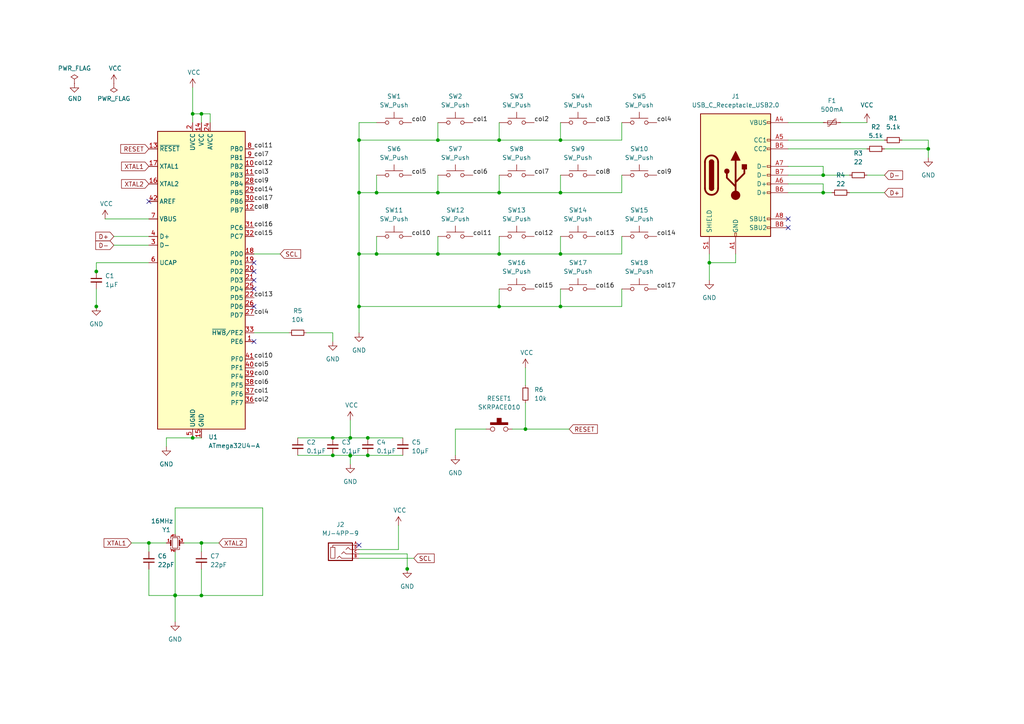
<source format=kicad_sch>
(kicad_sch (version 20211123) (generator eeschema)
  (paper "A4")
  (lib_symbols
    (symbol "Connector:USB_C_Receptacle_USB2.0" (pin_names (offset 1.016))
      (property "Reference" "J" (at -10.16 19.05 0))
      (property "Value" "USB_C_Receptacle_USB2.0" (at 19.05 19.05 0))
      (symbol "USB_C_Receptacle_USB2.0_0_0"
        (rectangle (start -0.254 -17.78) (end 0.254 -16.764))
        (rectangle (start 10.16 -14.986) (end 9.144 -15.494))
        (rectangle (start 10.16 -12.446) (end 9.144 -12.954))
        (rectangle (start 10.16 -4.826) (end 9.144 -5.334))
        (rectangle (start 10.16 -2.286) (end 9.144 -2.794))
        (rectangle (start 10.16 0.254) (end 9.144 -0.254))
        (rectangle (start 10.16 2.794) (end 9.144 2.286))
        (rectangle (start 10.16 7.874) (end 9.144 7.366))
        (rectangle (start 10.16 10.414) (end 9.144 9.906))
        (rectangle (start 10.16 15.494) (end 9.144 14.986))
      )
      (symbol "USB_C_Receptacle_USB2.0_0_1"
        (rectangle (start -10.16 17.78) (end 10.16 -17.78) (stroke (width 0.254)) (fill (type background)))
        (arc (start -8.89 -3.81) (mid -6.985 -5.715) (end -5.08 -3.81) (stroke (width 0.508)))
        (arc (start -7.62 -3.81) (mid -6.985 -4.445) (end -6.35 -3.81) (stroke (width 0.254)))
        (arc (start -7.62 -3.81) (mid -6.985 -4.445) (end -6.35 -3.81) (stroke (width 0.254)) (fill (type outline)))
        (rectangle (start -7.62 -3.81) (end -6.35 3.81) (stroke (width 0.254)) (fill (type outline)))
        (arc (start -6.35 3.81) (mid -6.985 4.445) (end -7.62 3.81) (stroke (width 0.254)))
        (arc (start -6.35 3.81) (mid -6.985 4.445) (end -7.62 3.81) (stroke (width 0.254)) (fill (type outline)))
        (arc (start -5.08 3.81) (mid -6.985 5.715) (end -8.89 3.81) (stroke (width 0.508)))
        (circle (center -2.54 1.143) (radius 0.635) (stroke (width 0.254)) (fill (type outline)))
        (circle (center 0 -5.842) (radius 1.27) (fill (type outline)))
        (polyline (pts (xy -8.89 -3.81) (xy -8.89 3.81)) (stroke (width 0.508)))
        (polyline (pts (xy -5.08 3.81) (xy -5.08 -3.81)) (stroke (width 0.508)))
        (polyline (pts (xy 0 -5.842) (xy 0 4.318)) (stroke (width 0.508)))
        (polyline (pts (xy 0 -3.302) (xy -2.54 -0.762) (xy -2.54 0.508)) (stroke (width 0.508)))
        (polyline (pts (xy 0 -2.032) (xy 2.54 0.508) (xy 2.54 1.778)) (stroke (width 0.508)))
        (polyline (pts (xy -1.27 4.318) (xy 0 6.858) (xy 1.27 4.318) (xy -1.27 4.318)) (stroke (width 0.254)) (fill (type outline)))
        (rectangle (start 1.905 1.778) (end 3.175 3.048) (stroke (width 0.254)) (fill (type outline)))
      )
      (symbol "USB_C_Receptacle_USB2.0_1_1"
        (pin passive line (at 0 -22.86 90) (length 5.08) (name "GND") (number "A1"))
        (pin passive line (at 0 -22.86 90) (length 5.08) hide (name "GND") (number "A12"))
        (pin passive line (at 15.24 15.24 180) (length 5.08) (name "VBUS") (number "A4"))
        (pin bidirectional line (at 15.24 10.16 180) (length 5.08) (name "CC1") (number "A5"))
        (pin bidirectional line (at 15.24 -2.54 180) (length 5.08) (name "D+") (number "A6"))
        (pin bidirectional line (at 15.24 2.54 180) (length 5.08) (name "D-") (number "A7"))
        (pin bidirectional line (at 15.24 -12.7 180) (length 5.08) (name "SBU1") (number "A8"))
        (pin passive line (at 15.24 15.24 180) (length 5.08) hide (name "VBUS") (number "A9"))
        (pin passive line (at 0 -22.86 90) (length 5.08) hide (name "GND") (number "B1"))
        (pin passive line (at 0 -22.86 90) (length 5.08) hide (name "GND") (number "B12"))
        (pin passive line (at 15.24 15.24 180) (length 5.08) hide (name "VBUS") (number "B4"))
        (pin bidirectional line (at 15.24 7.62 180) (length 5.08) (name "CC2") (number "B5"))
        (pin bidirectional line (at 15.24 -5.08 180) (length 5.08) (name "D+") (number "B6"))
        (pin bidirectional line (at 15.24 0 180) (length 5.08) (name "D-") (number "B7"))
        (pin bidirectional line (at 15.24 -15.24 180) (length 5.08) (name "SBU2") (number "B8"))
        (pin passive line (at 15.24 15.24 180) (length 5.08) hide (name "VBUS") (number "B9"))
        (pin passive line (at -7.62 -22.86 90) (length 5.08) (name "SHIELD") (number "S1"))
      )
    )
    (symbol "Device:C_Small" (pin_numbers hide) (pin_names (offset 0.254) hide)
      (property "Reference" "C" (at 0.254 1.778 0))
      (property "Value" "C_Small" (at 0.254 -2.032 0))
      (symbol "C_Small_0_1"
        (polyline (pts (xy -1.524 -0.508) (xy 1.524 -0.508)) (stroke (width 0.3302)))
        (polyline (pts (xy -1.524 0.508) (xy 1.524 0.508)) (stroke (width 0.3048)))
      )
      (symbol "C_Small_1_1"
        (pin passive line (at 0 2.54 270) (length 2.032) (name "~") (number "1"))
        (pin passive line (at 0 -2.54 90) (length 2.032) (name "~") (number "2"))
      )
    )
    (symbol "Device:Crystal_GND24_Small" (pin_names (offset 1.016) hide)
      (property "Reference" "Y" (at 1.27 4.445 0))
      (property "Value" "Crystal_GND24_Small" (at 1.27 2.54 0))
      (symbol "Crystal_GND24_Small_0_1"
        (rectangle (start -0.762 -1.524) (end 0.762 1.524))
        (polyline (pts (xy -1.27 -0.762) (xy -1.27 0.762)) (stroke (width 0.381)))
        (polyline (pts (xy 1.27 -0.762) (xy 1.27 0.762)) (stroke (width 0.381)))
        (polyline (pts (xy -1.27 -1.27) (xy -1.27 -1.905) (xy 1.27 -1.905) (xy 1.27 -1.27)))
        (polyline (pts (xy -1.27 1.27) (xy -1.27 1.905) (xy 1.27 1.905) (xy 1.27 1.27)))
      )
      (symbol "Crystal_GND24_Small_1_1"
        (pin passive line (at -2.54 0 0) (length 1.27) (name "1") (number "1"))
        (pin passive line (at 0 -2.54 90) (length 0.635) (name "2") (number "2"))
        (pin passive line (at 2.54 0 180) (length 1.27) (name "3") (number "3"))
        (pin passive line (at 0 2.54 270) (length 0.635) (name "4") (number "4"))
      )
    )
    (symbol "Device:Polyfuse_Small" (pin_numbers hide) (pin_names (offset 0))
      (property "Reference" "F" (at -1.905 0 90))
      (property "Value" "Polyfuse_Small" (at 1.905 0 90))
      (symbol "Polyfuse_Small_0_1"
        (rectangle (start -0.508 1.27) (end 0.508 -1.27))
        (polyline (pts (xy 0 2.54) (xy 0 -2.54)))
        (polyline (pts (xy -1.016 1.27) (xy -1.016 0.762) (xy 1.016 -0.762) (xy 1.016 -1.27)))
      )
      (symbol "Polyfuse_Small_1_1"
        (pin passive line (at 0 2.54 270) (length 0.635) (name "~") (number "1"))
        (pin passive line (at 0 -2.54 90) (length 0.635) (name "~") (number "2"))
      )
    )
    (symbol "Device:R_Small" (pin_numbers hide) (pin_names (offset 0.254) hide)
      (property "Reference" "R" (at 0.762 0.508 0))
      (property "Value" "R_Small" (at 0.762 -1.016 0))
      (symbol "R_Small_0_1"
        (rectangle (start -0.762 1.778) (end 0.762 -1.778) (stroke (width 0.2032)))
      )
      (symbol "R_Small_1_1"
        (pin passive line (at 0 2.54 270) (length 0.762) (name "~") (number "1"))
        (pin passive line (at 0 -2.54 90) (length 0.762) (name "~") (number "2"))
      )
    )
    (symbol "MCU_Microchip_ATmega:ATmega32U4-A"
      (property "Reference" "U" (at -12.7 44.45 0))
      (property "Value" "ATmega32U4-A" (at 2.54 -44.45 0))
      (symbol "ATmega32U4-A_0_1"
        (rectangle (start -12.7 -43.18) (end 12.7 43.18) (stroke (width 0.254)) (fill (type background)))
      )
      (symbol "ATmega32U4-A_1_1"
        (pin bidirectional line (at 15.24 -17.78 180) (length 2.54) (name "PE6") (number "1"))
        (pin bidirectional line (at 15.24 33.02 180) (length 2.54) (name "PB2") (number "10"))
        (pin bidirectional line (at 15.24 30.48 180) (length 2.54) (name "PB3") (number "11"))
        (pin bidirectional line (at 15.24 20.32 180) (length 2.54) (name "PB7") (number "12"))
        (pin input line (at -15.24 38.1 0) (length 2.54) (name "~{RESET}") (number "13"))
        (pin power_in line (at 0 45.72 270) (length 2.54) (name "VCC") (number "14"))
        (pin power_in line (at 0 -45.72 90) (length 2.54) (name "GND") (number "15"))
        (pin output line (at -15.24 27.94 0) (length 2.54) (name "XTAL2") (number "16"))
        (pin input line (at -15.24 33.02 0) (length 2.54) (name "XTAL1") (number "17"))
        (pin bidirectional line (at 15.24 7.62 180) (length 2.54) (name "PD0") (number "18"))
        (pin bidirectional line (at 15.24 5.08 180) (length 2.54) (name "PD1") (number "19"))
        (pin power_in line (at -2.54 45.72 270) (length 2.54) (name "UVCC") (number "2"))
        (pin bidirectional line (at 15.24 2.54 180) (length 2.54) (name "PD2") (number "20"))
        (pin bidirectional line (at 15.24 0 180) (length 2.54) (name "PD3") (number "21"))
        (pin bidirectional line (at 15.24 -5.08 180) (length 2.54) (name "PD5") (number "22"))
        (pin passive line (at 0 -45.72 90) (length 2.54) hide (name "GND") (number "23"))
        (pin power_in line (at 2.54 45.72 270) (length 2.54) (name "AVCC") (number "24"))
        (pin bidirectional line (at 15.24 -2.54 180) (length 2.54) (name "PD4") (number "25"))
        (pin bidirectional line (at 15.24 -7.62 180) (length 2.54) (name "PD6") (number "26"))
        (pin bidirectional line (at 15.24 -10.16 180) (length 2.54) (name "PD7") (number "27"))
        (pin bidirectional line (at 15.24 27.94 180) (length 2.54) (name "PB4") (number "28"))
        (pin bidirectional line (at 15.24 25.4 180) (length 2.54) (name "PB5") (number "29"))
        (pin bidirectional line (at -15.24 10.16 0) (length 2.54) (name "D-") (number "3"))
        (pin bidirectional line (at 15.24 22.86 180) (length 2.54) (name "PB6") (number "30"))
        (pin bidirectional line (at 15.24 15.24 180) (length 2.54) (name "PC6") (number "31"))
        (pin bidirectional line (at 15.24 12.7 180) (length 2.54) (name "PC7") (number "32"))
        (pin bidirectional line (at 15.24 -15.24 180) (length 2.54) (name "~{HWB}/PE2") (number "33"))
        (pin passive line (at 0 45.72 270) (length 2.54) hide (name "VCC") (number "34"))
        (pin passive line (at 0 -45.72 90) (length 2.54) hide (name "GND") (number "35"))
        (pin bidirectional line (at 15.24 -35.56 180) (length 2.54) (name "PF7") (number "36"))
        (pin bidirectional line (at 15.24 -33.02 180) (length 2.54) (name "PF6") (number "37"))
        (pin bidirectional line (at 15.24 -30.48 180) (length 2.54) (name "PF5") (number "38"))
        (pin bidirectional line (at 15.24 -27.94 180) (length 2.54) (name "PF4") (number "39"))
        (pin bidirectional line (at -15.24 12.7 0) (length 2.54) (name "D+") (number "4"))
        (pin bidirectional line (at 15.24 -25.4 180) (length 2.54) (name "PF1") (number "40"))
        (pin bidirectional line (at 15.24 -22.86 180) (length 2.54) (name "PF0") (number "41"))
        (pin passive line (at -15.24 22.86 0) (length 2.54) (name "AREF") (number "42"))
        (pin passive line (at 0 -45.72 90) (length 2.54) hide (name "GND") (number "43"))
        (pin passive line (at 2.54 45.72 270) (length 2.54) hide (name "AVCC") (number "44"))
        (pin passive line (at -2.54 -45.72 90) (length 2.54) (name "UGND") (number "5"))
        (pin passive line (at -15.24 5.08 0) (length 2.54) (name "UCAP") (number "6"))
        (pin input line (at -15.24 17.78 0) (length 2.54) (name "VBUS") (number "7"))
        (pin bidirectional line (at 15.24 38.1 180) (length 2.54) (name "PB0") (number "8"))
        (pin bidirectional line (at 15.24 35.56 180) (length 2.54) (name "PB1") (number "9"))
      )
    )
    (symbol "Switch:SW_Push" (pin_numbers hide) (pin_names (offset 1.016) hide)
      (property "Reference" "SW" (at 1.27 2.54 0))
      (property "Value" "SW_Push" (at 0 -1.524 0))
      (symbol "SW_Push_0_1"
        (circle (center -2.032 0) (radius 0.508))
        (polyline (pts (xy 0 1.27) (xy 0 3.048)))
        (polyline (pts (xy 2.54 1.27) (xy -2.54 1.27)))
        (circle (center 2.032 0) (radius 0.508))
        (pin passive line (at -5.08 0 0) (length 2.54) (name "1") (number "1"))
        (pin passive line (at 5.08 0 180) (length 2.54) (name "2") (number "2"))
      )
    )
    (symbol "foostan_kbd:MJ-4PP-9" (pin_names (offset 1.016))
      (property "Reference" "J" (at 0 3.81 0))
      (property "Value" "MJ-4PP-9" (at 0 -3.81 0))
      (symbol "MJ-4PP-9_0_1"
        (rectangle (start -1.905 -1.905) (end -3.175 1.27))
        (polyline (pts (xy -2.54 1.27) (xy -2.54 1.905) (xy 3.175 1.905)))
        (polyline (pts (xy -1.27 -1.905) (xy -0.635 -1.27) (xy 0 -1.905) (xy 3.175 -1.905)))
        (polyline (pts (xy 0 -0.635) (xy 0.635 0) (xy 1.27 -0.635) (xy 3.175 -0.635)))
        (polyline (pts (xy 1.27 0.635) (xy 1.905 1.27) (xy 2.54 0.635) (xy 3.175 0.635)))
        (rectangle (start 3.175 2.54) (end -3.81 -2.54) (stroke (width 0.3048)))
      )
      (symbol "MJ-4PP-9_1_1"
        (pin input line (at 5.08 1.905 180) (length 2.0066) (name "~") (number "A"))
        (pin input line (at 5.08 -1.905 180) (length 2.0066) (name "~") (number "B"))
        (pin input line (at 5.08 -0.635 180) (length 2.0066) (name "~") (number "C"))
        (pin input line (at 5.08 0.635 180) (length 2.0066) (name "~") (number "D"))
      )
    )
    (symbol "nosuz:SKRPACE010" (pin_numbers hide) (pin_names (offset 0) hide)
      (property "Reference" "SW" (at 3.175 3.81 0))
      (property "Value" "SKRPACE010" (at 0 -2.54 0))
      (symbol "SKRPACE010_0_1"
        (rectangle (start -2.54 1.27) (end 2.54 1.905) (fill (type outline)))
        (circle (center -1.905 0) (radius 0.635))
        (rectangle (start -0.635 1.905) (end 0.635 3.175) (fill (type outline)))
        (circle (center 1.905 0) (radius 0.635))
      )
      (symbol "SKRPACE010_1_1"
        (pin passive line (at -3.81 0 0) (length 1.27) (name "A") (number "1"))
        (pin passive line (at -3.81 0 0) (length 1.27) hide (name "B") (number "2"))
        (pin passive line (at 3.81 0 180) (length 1.27) (name "C") (number "3"))
        (pin passive line (at 3.81 0 180) (length 1.27) hide (name "D") (number "4"))
      )
    )
    (symbol "power:GND" (power) (pin_names (offset 0))
      (property "Value" "GND" (at 0 -3.81 0))
      (symbol "GND_0_1"
        (polyline (pts (xy 0 0) (xy 0 -1.27) (xy 1.27 -1.27) (xy 0 -2.54) (xy -1.27 -1.27) (xy 0 -1.27)))
      )
      (symbol "GND_1_1"
        (pin power_in line (at 0 0 270) (length 0) hide (name "GND") (number "1"))
      )
    )
    (symbol "power:PWR_FLAG" (power) (pin_numbers hide) (pin_names (offset 0) hide)
      (property "Value" "PWR_FLAG" (at 0 3.81 0))
      (symbol "PWR_FLAG_0_0"
        (pin power_out line (at 0 0 90) (length 0) (name "pwr") (number "1"))
      )
      (symbol "PWR_FLAG_0_1"
        (polyline (pts (xy 0 0) (xy 0 1.27) (xy -1.016 1.905) (xy 0 2.54) (xy 1.016 1.905) (xy 0 1.27)))
      )
    )
    (symbol "power:VCC" (power) (pin_names (offset 0))
      (property "Value" "VCC" (at 0 3.81 0))
      (symbol "VCC_0_1"
        (polyline (pts (xy -0.762 1.27) (xy 0 2.54)))
        (polyline (pts (xy 0 0) (xy 0 2.54)))
        (polyline (pts (xy 0 2.54) (xy 0.762 1.27)))
      )
      (symbol "VCC_1_1"
        (pin power_in line (at 0 0 90) (length 0) hide (name "VCC") (number "1"))
      )
    )
  )
  (junction (at 162.56 40.64))
  (junction (at 144.78 88.9))
  (junction (at 106.68 132.08))
  (junction (at 101.6 132.1653))
  (junction (at 127 40.64))
  (junction (at 109.22 73.66))
  (junction (at 50.8 172.6347))
  (junction (at 106.68 127))
  (junction (at 238.76 55.88))
  (junction (at 162.56 73.66))
  (junction (at 101.6 127))
  (junction (at 43.18 157.48))
  (junction (at 104.14 40.64))
  (junction (at 104.14 73.66))
  (junction (at 162.56 55.88))
  (junction (at 104.14 88.9))
  (junction (at 50.8 172.72))
  (junction (at 205.74 76.2))
  (junction (at 104.14 55.88))
  (junction (at 127 55.88))
  (junction (at 96.52 132.08))
  (junction (at 162.56 88.9))
  (junction (at 96.52 127))
  (junction (at 144.78 73.66))
  (junction (at 152.4 124.46))
  (junction (at 269.24 43.18))
  (junction (at 144.78 40.64))
  (junction (at 27.94 88.9))
  (junction (at 101.6 132.08))
  (junction (at 55.88 33.02))
  (junction (at 27.94 78.74))
  (junction (at 58.42 157.48))
  (junction (at 118.11 165.0147))
  (junction (at 238.76 50.8))
  (junction (at 55.88 127))
  (junction (at 58.42 33.02))
  (junction (at 109.22 55.88))
  (junction (at 127 73.66))
  (junction (at 58.42 172.72))
  (junction (at 144.78 55.88))
  (no_connect (at 228.6 66.04))
  (no_connect (at 228.6 63.5))
  (no_connect (at 73.66 99.06))
  (no_connect (at 104.14 158.115))
  (no_connect (at 73.66 76.2))
  (no_connect (at 73.66 78.74))
  (no_connect (at 73.66 81.28))
  (no_connect (at 73.66 83.82))
  (no_connect (at 73.66 88.9))
  (no_connect (at 43.18 58.42))
  (wire (pts (xy 109.22 55.88) (xy 104.14 55.88)))
  (wire (pts (xy 162.56 55.88) (xy 144.78 55.88)))
  (wire (pts (xy 55.88 33.02) (xy 55.88 35.56)))
  (wire (pts (xy 144.78 55.88) (xy 127 55.88)))
  (wire (pts (xy 180.34 68.58) (xy 180.34 73.66)))
  (wire (pts (xy 238.76 50.8) (xy 246.38 50.8)))
  (wire (pts (xy 162.56 83.82) (xy 162.56 88.9)))
  (wire (pts (xy 127 68.58) (xy 127 73.66)))
  (wire (pts (xy 104.14 40.64) (xy 104.14 55.88)))
  (wire (pts (xy 144.78 50.8) (xy 144.78 55.88)))
  (wire (pts (xy 152.4 106.68) (xy 152.4 111.76)))
  (wire (pts (xy 109.22 73.66) (xy 104.14 73.66)))
  (wire (pts (xy 118.11 165.0147) (xy 118.11 165.1)))
  (wire (pts (xy 30.48 63.5) (xy 43.18 63.5)))
  (wire (pts (xy 162.56 40.64) (xy 144.78 40.64)))
  (wire (pts (xy 148.59 124.46) (xy 152.4 124.46)))
  (wire (pts (xy 228.6 35.56) (xy 238.76 35.56)))
  (wire (pts (xy 132.08 124.46) (xy 132.08 132.08)))
  (wire (pts (xy 58.42 127) (xy 55.88 127)))
  (wire (pts (xy 162.56 68.58) (xy 162.56 73.66)))
  (wire (pts (xy 58.42 157.48) (xy 63.5 157.48)))
  (wire (pts (xy 243.84 35.56) (xy 251.46 35.56)))
  (wire (pts (xy 104.14 88.9) (xy 104.14 96.52)))
  (wire (pts (xy 162.56 50.8) (xy 162.56 55.88)))
  (wire (pts (xy 27.94 88.9) (xy 27.94 88.9853)))
  (wire (pts (xy 144.78 73.66) (xy 127 73.66)))
  (wire (pts (xy 132.08 124.46) (xy 140.97 124.46)))
  (wire (pts (xy 144.78 35.56) (xy 144.78 40.64)))
  (wire (pts (xy 76.2 147.32) (xy 76.2 172.72)))
  (wire (pts (xy 205.74 76.2) (xy 205.74 81.28)))
  (wire (pts (xy 58.42 157.48) (xy 58.42 160.02)))
  (wire (pts (xy 269.24 40.64) (xy 269.24 43.18)))
  (wire (pts (xy 228.6 48.26) (xy 238.76 48.26)))
  (wire (pts (xy 50.8 172.72) (xy 50.8 180.34)))
  (wire (pts (xy 115.57 159.385) (xy 115.57 152.4)))
  (wire (pts (xy 109.22 68.58) (xy 109.22 73.66)))
  (wire (pts (xy 50.8 154.94) (xy 50.8 147.32)))
  (wire (pts (xy 101.6 132.08) (xy 101.6 132.1653)))
  (wire (pts (xy 60.96 33.02) (xy 58.42 33.02)))
  (wire (pts (xy 180.34 83.82) (xy 180.34 88.9)))
  (wire (pts (xy 58.42 172.72) (xy 76.2 172.72)))
  (wire (pts (xy 180.34 55.88) (xy 162.56 55.88)))
  (wire (pts (xy 43.18 76.2) (xy 27.94 76.2)))
  (wire (pts (xy 261.62 40.64) (xy 269.24 40.64)))
  (wire (pts (xy 144.78 83.82) (xy 144.78 88.9)))
  (wire (pts (xy 251.46 50.8) (xy 256.54 50.8)))
  (wire (pts (xy 55.88 33.02) (xy 55.88 25.4)))
  (wire (pts (xy 162.56 73.66) (xy 144.78 73.66)))
  (wire (pts (xy 180.34 73.66) (xy 162.56 73.66)))
  (wire (pts (xy 101.6 127) (xy 106.68 127)))
  (wire (pts (xy 238.76 48.26) (xy 238.76 50.8)))
  (wire (pts (xy 27.94 78.74) (xy 27.94 78.8253)))
  (wire (pts (xy 43.18 157.48) (xy 48.26 157.48)))
  (wire (pts (xy 118.11 160.655) (xy 118.11 165.0147)))
  (wire (pts (xy 38.1 157.48) (xy 43.18 157.48)))
  (wire (pts (xy 27.94 83.82) (xy 27.94 88.9)))
  (wire (pts (xy 162.56 88.9) (xy 144.78 88.9)))
  (wire (pts (xy 180.34 35.56) (xy 180.34 40.64)))
  (wire (pts (xy 55.88 127) (xy 48.26 127)))
  (wire (pts (xy 180.34 50.8) (xy 180.34 55.88)))
  (wire (pts (xy 33.02 71.12) (xy 43.18 71.12)))
  (wire (pts (xy 86.36 127) (xy 96.52 127)))
  (wire (pts (xy 104.14 161.925) (xy 120.015 161.925)))
  (wire (pts (xy 213.36 76.2) (xy 205.74 76.2)))
  (wire (pts (xy 50.8 172.6347) (xy 50.8 172.72)))
  (wire (pts (xy 144.78 40.64) (xy 127 40.64)))
  (wire (pts (xy 43.18 157.48) (xy 43.18 160.02)))
  (wire (pts (xy 73.66 96.52) (xy 83.82 96.52)))
  (wire (pts (xy 152.4 116.84) (xy 152.4 124.46)))
  (wire (pts (xy 104.14 35.56) (xy 104.14 40.64)))
  (wire (pts (xy 50.8 172.72) (xy 58.42 172.72)))
  (wire (pts (xy 101.6 132.08) (xy 106.68 132.08)))
  (wire (pts (xy 109.22 35.56) (xy 104.14 35.56)))
  (wire (pts (xy 269.24 43.18) (xy 269.24 45.72)))
  (wire (pts (xy 228.6 50.8) (xy 238.76 50.8)))
  (wire (pts (xy 33.02 68.58) (xy 43.18 68.58)))
  (wire (pts (xy 50.8 147.32) (xy 76.2 147.32)))
  (wire (pts (xy 86.36 132.08) (xy 96.52 132.08)))
  (wire (pts (xy 205.74 73.66) (xy 205.74 76.2)))
  (wire (pts (xy 27.94 76.2) (xy 27.94 78.74)))
  (wire (pts (xy 53.34 157.48) (xy 58.42 157.48)))
  (wire (pts (xy 238.76 53.34) (xy 238.76 55.88)))
  (wire (pts (xy 101.6 121.92) (xy 101.6 127)))
  (wire (pts (xy 104.14 159.385) (xy 115.57 159.385)))
  (wire (pts (xy 96.52 96.52) (xy 96.52 99.06)))
  (wire (pts (xy 127 73.66) (xy 109.22 73.66)))
  (wire (pts (xy 180.34 40.64) (xy 162.56 40.64)))
  (wire (pts (xy 50.8 160.02) (xy 50.8 172.6347)))
  (wire (pts (xy 60.96 33.02) (xy 60.96 35.56)))
  (wire (pts (xy 162.56 35.56) (xy 162.56 40.64)))
  (wire (pts (xy 104.14 55.88) (xy 104.14 73.66)))
  (wire (pts (xy 96.52 132.08) (xy 101.6 132.08)))
  (wire (pts (xy 127 35.56) (xy 127 40.64)))
  (wire (pts (xy 104.14 73.66) (xy 104.14 88.9)))
  (wire (pts (xy 58.42 33.02) (xy 58.42 35.56)))
  (wire (pts (xy 58.42 33.02) (xy 55.88 33.02)))
  (wire (pts (xy 104.14 40.64) (xy 127 40.64)))
  (wire (pts (xy 228.6 43.18) (xy 251.46 43.18)))
  (wire (pts (xy 127 55.88) (xy 109.22 55.88)))
  (wire (pts (xy 109.22 50.8) (xy 109.22 55.88)))
  (wire (pts (xy 228.6 40.64) (xy 256.54 40.64)))
  (wire (pts (xy 180.34 88.9) (xy 162.56 88.9)))
  (wire (pts (xy 106.68 132.08) (xy 116.84 132.08)))
  (wire (pts (xy 152.4 124.46) (xy 165.1 124.46)))
  (wire (pts (xy 228.6 55.88) (xy 238.76 55.88)))
  (wire (pts (xy 106.68 127) (xy 116.84 127)))
  (wire (pts (xy 43.18 172.72) (xy 50.8 172.72)))
  (wire (pts (xy 88.9 96.52) (xy 96.52 96.52)))
  (wire (pts (xy 81.28 73.66) (xy 73.66 73.66)))
  (wire (pts (xy 96.52 127) (xy 101.6 127)))
  (wire (pts (xy 213.36 73.66) (xy 213.36 76.2)))
  (wire (pts (xy 256.54 43.18) (xy 269.24 43.18)))
  (wire (pts (xy 246.38 55.88) (xy 256.54 55.88)))
  (wire (pts (xy 48.26 127) (xy 48.26 129.54)))
  (wire (pts (xy 58.42 165.1) (xy 58.42 172.72)))
  (wire (pts (xy 127 50.8) (xy 127 55.88)))
  (wire (pts (xy 228.6 53.34) (xy 238.76 53.34)))
  (wire (pts (xy 104.14 160.655) (xy 118.11 160.655)))
  (wire (pts (xy 101.6 134.62) (xy 101.6 132.1653)))
  (wire (pts (xy 144.78 68.58) (xy 144.78 73.66)))
  (wire (pts (xy 238.76 55.88) (xy 241.3 55.88)))
  (wire (pts (xy 43.18 165.1) (xy 43.18 172.72)))
  (wire (pts (xy 144.78 88.9) (xy 104.14 88.9)))
  (label "col16" (at 73.66 66.04 0))
  (label "col9" (at 190.5 50.8 0))
  (label "col5" (at 119.38 50.8 0))
  (label "col2" (at 154.94 35.56 0))
  (label "col4" (at 190.5 35.56 0))
  (label "col6" (at 73.66 111.76 0))
  (label "col13" (at 73.66 86.36 0))
  (label "col14" (at 190.5 68.58 0))
  (label "col5" (at 73.66 106.68 0))
  (label "col8" (at 73.66 60.96 0))
  (label "col17" (at 73.66 58.42 0))
  (label "col11" (at 73.66 43.18 0))
  (label "col13" (at 172.72 68.58 0))
  (label "col15" (at 154.94 83.82 0))
  (label "col7" (at 154.94 50.8 0))
  (label "col12" (at 154.94 68.58 0))
  (label "col6" (at 137.16 50.8 0))
  (label "col16" (at 172.72 83.82 0))
  (label "col10" (at 73.66 104.14 0))
  (label "col8" (at 172.72 50.8 0))
  (label "col15" (at 73.66 68.58 0))
  (label "col2" (at 73.66 116.84 0))
  (label "col9" (at 73.66 53.34 0))
  (label "col17" (at 190.5 83.82 0))
  (label "col0" (at 119.38 35.56 0))
  (label "col11" (at 137.16 68.58 0))
  (label "col1" (at 137.16 35.56 0))
  (label "col7" (at 73.66 45.72 0))
  (label "col3" (at 172.72 35.56 0))
  (label "col1" (at 73.66 114.3 0))
  (label "col12" (at 73.66 48.26 0))
  (label "col14" (at 73.66 55.88 0))
  (label "col4" (at 73.66 91.44 0))
  (label "col0" (at 73.66 109.22 0))
  (label "col3" (at 73.66 50.8 0))
  (label "col10" (at 119.38 68.58 0))
  (global_label "D+" (shape input) (at 256.54 55.88 0) (property "シート間のリファレンス" "${INTERSHEET_REFS}" (effects hide)))
  (global_label "D-" (shape input) (at 256.54 50.8 0) (property "シート間のリファレンス" "${INTERSHEET_REFS}" (effects hide)))
  (global_label "XTAL2" (shape input) (at 63.5 157.48 0) (property "シート間のリファレンス" "${INTERSHEET_REFS}" (effects hide)))
  (global_label "SCL" (shape input) (at 81.28 73.66 0) (property "シート間のリファレンス" "${INTERSHEET_REFS}" (effects hide)))
  (global_label "SCL" (shape input) (at 120.015 161.925 0) (property "シート間のリファレンス" "${INTERSHEET_REFS}" (effects hide)))
  (global_label "XTAL1" (shape input) (at 38.1 157.48 180) (property "シート間のリファレンス" "${INTERSHEET_REFS}" (effects hide)))
  (global_label "RESET" (shape input) (at 165.1 124.46 0) (property "シート間のリファレンス" "${INTERSHEET_REFS}" (effects hide)))
  (global_label "XTAL2" (shape input) (at 43.18 53.34 180) (property "シート間のリファレンス" "${INTERSHEET_REFS}" (effects hide)))
  (global_label "RESET" (shape input) (at 43.18 43.18 180) (property "シート間のリファレンス" "${INTERSHEET_REFS}" (effects hide)))
  (global_label "D+" (shape input) (at 33.02 68.58 180) (property "シート間のリファレンス" "${INTERSHEET_REFS}" (effects hide)))
  (global_label "D-" (shape input) (at 33.02 71.12 180) (property "シート間のリファレンス" "${INTERSHEET_REFS}" (effects hide)))
  (global_label "XTAL1" (shape input) (at 43.18 48.26 180) (property "シート間のリファレンス" "${INTERSHEET_REFS}" (effects hide)))
  (symbol (lib_id "power:GND") (at 96.52 99.06 0) (unit 1)
    (property "Reference" "#PWR010" (effects hide))
    (property "Value" "GND" (at 96.52 104.14 0))
  )
  (symbol (lib_id "Device:R_Small") (at 248.92 50.8 90) (unit 1)
    (property "Reference" "R3" (at 248.92 44.45 90))
    (property "Value" "22" (at 248.92 46.99 90))
    (property "Footprint" "Resistor_SMD:R_0805_2012Metric" (effects hide))
    (property "LCSC" "C17561" (effects hide))
  )
  (symbol (lib_id "Switch:SW_Push") (at 114.3 68.58 0) (unit 1)
    (property "Reference" "SW11" (at 114.3 60.96 0))
    (property "Value" "SW_Push" (at 114.3 63.5 0))
    (property "Footprint" "split mini:CherryMX_Hotswap" (effects hide))
  )
  (symbol (lib_id "Switch:SW_Push") (at 185.42 35.56 0) (unit 1)
    (property "Reference" "SW5" (at 185.42 27.94 0))
    (property "Value" "SW_Push" (at 185.42 30.48 0))
    (property "Footprint" "split mini:CherryMX_Hotswap" (effects hide))
  )
  (symbol (lib_id "power:GND") (at 205.74 81.28 0) (unit 1)
    (property "Reference" "#PWR07" (effects hide))
    (property "Value" "GND" (at 205.74 86.36 0))
  )
  (symbol (lib_id "Switch:SW_Push") (at 149.86 35.56 0) (unit 1)
    (property "Reference" "SW3" (at 149.86 27.94 0))
    (property "Value" "SW_Push" (at 149.86 30.48 0))
    (property "Footprint" "split mini:CherryMX_Hotswap" (effects hide))
  )
  (symbol (lib_id "Switch:SW_Push") (at 167.64 83.82 0) (unit 1)
    (property "Reference" "SW17" (at 167.64 76.2 0))
    (property "Value" "SW_Push" (at 167.64 78.74 0))
    (property "Footprint" "split mini:CherryMX_Hotswap" (effects hide))
  )
  (symbol (lib_id "power:GND") (at 132.08 132.08 0) (unit 1)
    (property "Reference" "#PWR014" (effects hide))
    (property "Value" "GND" (at 132.08 137.16 0))
  )
  (symbol (lib_id "Switch:SW_Push") (at 167.64 50.8 0) (unit 1)
    (property "Reference" "SW9" (at 167.64 43.18 0))
    (property "Value" "SW_Push" (at 167.64 45.72 0))
    (property "Footprint" "split mini:CherryMX_Hotswap" (effects hide))
  )
  (symbol (lib_id "Device:C_Small") (at 43.18 162.56 180) (unit 1)
    (property "Reference" "C6" (at 45.72 161.2835 0) (effects (justify right)))
    (property "Value" "22pF" (at 45.72 163.8235 0) (effects (justify right)))
    (property "Footprint" "Capacitor_SMD:C_0805_2012Metric" (effects hide))
    (property "LCSC" "C1804" (effects hide))
  )
  (symbol (lib_id "Switch:SW_Push") (at 149.86 50.8 0) (unit 1)
    (property "Reference" "SW8" (at 149.86 43.18 0))
    (property "Value" "SW_Push" (at 149.86 45.72 0))
    (property "Footprint" "split mini:CherryMX_Hotswap" (effects hide))
  )
  (symbol (lib_id "Device:R_Small") (at 254 43.18 90) (unit 1)
    (property "Reference" "R2" (at 254 36.83 90))
    (property "Value" "5.1k" (at 254 39.37 90))
    (property "Footprint" "Resistor_SMD:R_0805_2012Metric" (effects hide))
    (property "LCSC" "C17561" (effects hide))
  )
  (symbol (lib_id "nosuz:SKRPACE010") (at 144.78 124.46 0) (unit 1)
    (property "Reference" "RESET1" (at 144.78 115.57 0))
    (property "Value" "SKRPACE010" (at 144.78 118.11 0))
    (property "Footprint" "nosuz:SKRPAxE010" (effects hide))
    (property "Datasheet" "https://tech.alpsalpine.com/prod/j/html/tact/surfacemount/skrp/skrpabe010.html" (effects hide))
  )
  (symbol (lib_id "Switch:SW_Push") (at 132.08 68.58 0) (unit 1)
    (property "Reference" "SW12" (at 132.08 60.96 0))
    (property "Value" "SW_Push" (at 132.08 63.5 0))
    (property "Footprint" "split mini:CherryMX_Hotswap" (effects hide))
  )
  (symbol (lib_id "Device:R_Small") (at 86.36 96.52 90) (unit 1)
    (property "Reference" "R5" (at 86.36 90.17 90))
    (property "Value" "10k" (at 86.36 92.71 90))
    (property "Footprint" "Resistor_SMD:R_0805_2012Metric" (effects hide))
    (property "LCSC" "C17414" (effects hide))
  )
  (symbol (lib_id "Device:C_Small") (at 27.94 81.28 0) (unit 1)
    (property "Reference" "C1" (at 30.48 80.0162 0) (effects (justify left)))
    (property "Value" "1μF" (at 30.48 82.5562 0) (effects (justify left)))
    (property "Footprint" "Capacitor_SMD:C_0805_2012Metric" (effects hide))
    (property "LCSC" "C28323" (effects hide))
  )
  (symbol (lib_id "Switch:SW_Push") (at 185.42 83.82 0) (unit 1)
    (property "Reference" "SW18" (at 185.42 76.2 0))
    (property "Value" "SW_Push" (at 185.42 78.74 0))
    (property "Footprint" "split mini:CherryMX_Hotswap" (effects hide))
  )
  (symbol (lib_id "power:GND") (at 27.94 88.9 0) (unit 1)
    (property "Reference" "#PWR08" (effects hide))
    (property "Value" "GND" (at 27.94 93.98 0))
  )
  (symbol (lib_id "Device:C_Small") (at 106.68 129.54 0) (unit 1)
    (property "Reference" "C4" (at 109.22 128.2762 0) (effects (justify left)))
    (property "Value" "0.1μF" (at 109.22 130.8162 0) (effects (justify left)))
    (property "Footprint" "Capacitor_SMD:C_0805_2012Metric" (effects hide))
    (property "LCSC" "C49678" (effects hide))
  )
  (symbol (lib_id "power:VCC") (at 30.48 63.5 0) (unit 1)
    (property "Reference" "#PWR06" (effects hide))
    (property "Value" "VCC" (at 30.861 59.1058 0))
  )
  (symbol (lib_id "power:GND") (at 104.14 96.52 0) (unit 1)
    (property "Reference" "#PWR09" (effects hide))
    (property "Value" "GND" (at 104.14 101.6 0))
  )
  (symbol (lib_id "power:PWR_FLAG") (at 33.02 24.2153 180) (unit 1)
    (property "Reference" "#FLG02" (effects hide))
    (property "Value" "PWR_FLAG" (at 33.02 28.6095 0))
  )
  (symbol (lib_id "Switch:SW_Push") (at 114.3 35.56 0) (unit 1)
    (property "Reference" "SW1" (at 114.3 27.94 0))
    (property "Value" "SW_Push" (at 114.3 30.48 0))
    (property "Footprint" "split mini:CherryMX_Hotswap" (effects hide))
  )
  (symbol (lib_id "Switch:SW_Push") (at 149.86 83.82 0) (unit 1)
    (property "Reference" "SW16" (at 149.86 76.2 0))
    (property "Value" "SW_Push" (at 149.86 78.74 0))
    (property "Footprint" "split mini:CherryMX_Hotswap" (effects hide))
  )
  (symbol (lib_id "power:GND") (at 269.24 45.72 0) (unit 1)
    (property "Reference" "#PWR05" (effects hide))
    (property "Value" "GND" (at 269.24 50.8 0))
  )
  (symbol (lib_id "power:GND") (at 118.11 165.0147 0) (unit 1)
    (property "Reference" "#PWR017" (effects hide))
    (property "Value" "GND" (at 118.11 170.0947 0))
  )
  (symbol (lib_id "Device:R_Small") (at 243.84 55.88 90) (unit 1)
    (property "Reference" "R4" (at 243.84 50.8 90))
    (property "Value" "22" (at 243.84 53.34 90))
    (property "Footprint" "Resistor_SMD:R_0805_2012Metric" (effects hide))
    (property "LCSC" "C17561" (effects hide))
  )
  (symbol (lib_id "power:VCC") (at 101.6 121.92 0) (unit 1)
    (property "Reference" "#PWR012" (effects hide))
    (property "Value" "VCC" (at 101.981 117.5258 0))
  )
  (symbol (lib_id "Device:R_Small") (at 152.4 114.3 0) (unit 1)
    (property "Reference" "R6" (at 154.94 113.0299 0) (effects (justify left)))
    (property "Value" "10k" (at 154.94 115.5699 0) (effects (justify left)))
    (property "Footprint" "Resistor_SMD:R_0805_2012Metric" (effects hide))
    (property "LCSC" "C17414" (effects hide))
  )
  (symbol (lib_id "Device:Crystal_GND24_Small") (at 50.8 157.48 0) (unit 1)
    (property "Reference" "Y1" (at 48.26 153.67 0))
    (property "Value" "16MHz" (at 46.99 151.13 0))
    (property "Footprint" "Crystal:Crystal_SMD_SeikoEpson_FA238-4Pin_3.2x2.5mm_HandSoldering" (effects hide))
    (property "LCSC" "C13738" (effects hide))
  )
  (symbol (lib_id "Switch:SW_Push") (at 167.64 68.58 0) (unit 1)
    (property "Reference" "SW14" (at 167.64 60.96 0))
    (property "Value" "SW_Push" (at 167.64 63.5 0))
    (property "Footprint" "split mini:CherryMX_Hotswap" (effects hide))
  )
  (symbol (lib_id "power:GND") (at 50.8 180.34 0) (unit 1)
    (property "Reference" "#PWR018" (effects hide))
    (property "Value" "GND" (at 50.8 185.42 0))
  )
  (symbol (lib_id "power:GND") (at 48.26 129.54 0) (unit 1)
    (property "Reference" "#PWR013" (effects hide))
    (property "Value" "GND" (at 48.26 134.62 0))
  )
  (symbol (lib_id "Switch:SW_Push") (at 132.08 50.8 0) (unit 1)
    (property "Reference" "SW7" (at 132.08 43.18 0))
    (property "Value" "SW_Push" (at 132.08 45.72 0))
    (property "Footprint" "split mini:CherryMX_Hotswap" (effects hide))
  )
  (symbol (lib_id "Device:C_Small") (at 96.52 129.54 0) (unit 1)
    (property "Reference" "C3" (at 99.06 128.2762 0) (effects (justify left)))
    (property "Value" "0.1μF" (at 99.06 130.8162 0) (effects (justify left)))
    (property "Footprint" "Capacitor_SMD:C_0805_2012Metric" (effects hide))
    (property "LCSC" "C49678" (effects hide))
  )
  (symbol (lib_id "Switch:SW_Push") (at 149.86 68.58 0) (unit 1)
    (property "Reference" "SW13" (at 149.86 60.96 0))
    (property "Value" "SW_Push" (at 149.86 63.5 0))
    (property "Footprint" "split mini:CherryMX_Hotswap" (effects hide))
  )
  (symbol (lib_id "power:VCC") (at 55.88 25.4 0) (unit 1)
    (property "Reference" "#PWR03" (effects hide))
    (property "Value" "VCC" (at 56.261 21.0058 0))
  )
  (symbol (lib_id "power:GND") (at 21.59 24.2153 0) (unit 1)
    (property "Reference" "#PWR01" (effects hide))
    (property "Value" "GND" (at 21.717 28.6095 0))
  )
  (symbol (lib_id "Switch:SW_Push") (at 132.08 35.56 0) (unit 1)
    (property "Reference" "SW2" (at 132.08 27.94 0))
    (property "Value" "SW_Push" (at 132.08 30.48 0))
    (property "Footprint" "split mini:CherryMX_Hotswap" (effects hide))
  )
  (symbol (lib_id "Device:Polyfuse_Small") (at 241.3 35.56 90) (unit 1)
    (property "Reference" "F1" (at 241.3 29.21 90))
    (property "Value" "500mA" (at 241.3 31.75 90))
    (property "Footprint" "Fuse:Fuse_1206_3216Metric" (effects hide))
    (property "LCSC" "C883125" (effects hide))
  )
  (symbol (lib_id "Device:C_Small") (at 58.42 162.56 0) (mirror y) (unit 1)
    (property "Reference" "C7" (at 60.96 161.2962 0) (effects (justify right)))
    (property "Value" "22pF" (at 60.96 163.8362 0) (effects (justify right)))
    (property "Footprint" "Capacitor_SMD:C_0805_2012Metric" (effects hide))
    (property "LCSC" "C1804" (effects hide))
  )
  (symbol (lib_id "Switch:SW_Push") (at 185.42 68.58 0) (unit 1)
    (property "Reference" "SW15" (at 185.42 60.96 0))
    (property "Value" "SW_Push" (at 185.42 63.5 0))
    (property "Footprint" "split mini:CherryMX_Hotswap" (effects hide))
  )
  (symbol (lib_id "power:VCC") (at 152.4 106.68 0) (unit 1)
    (property "Reference" "#PWR011" (effects hide))
    (property "Value" "VCC" (at 152.781 102.2858 0))
  )
  (symbol (lib_id "Device:R_Small") (at 259.08 40.64 90) (unit 1)
    (property "Reference" "R1" (at 259.08 34.29 90))
    (property "Value" "5.1k" (at 259.08 36.83 90))
    (property "Footprint" "Resistor_SMD:R_0805_2012Metric" (effects hide))
    (property "LCSC" "C17561" (effects hide))
  )
  (symbol (lib_id "Switch:SW_Push") (at 167.64 35.56 0) (unit 1)
    (property "Reference" "SW4" (at 167.64 27.94 0))
    (property "Value" "SW_Push" (at 167.64 30.48 0))
    (property "Footprint" "split mini:CherryMX_Hotswap" (effects hide))
  )
  (symbol (lib_id "Connector:USB_C_Receptacle_USB2.0") (at 213.36 50.8 0) (unit 1)
    (property "Reference" "J1" (at 213.36 27.94 0))
    (property "Value" "USB_C_Receptacle_USB2.0" (at 213.36 30.48 0))
    (property "Footprint" "split mini:USB_C_Receptacle_Neltron_5077CR-16SMC2" (effects hide))
    (property "Datasheet" "https://www.usb.org/sites/default/files/documents/usb_type-c.zip" (effects hide))
  )
  (symbol (lib_id "foostan_kbd:MJ-4PP-9") (at 99.06 160.02 0) (unit 1)
    (property "Reference" "J2" (at 98.7425 152.146 0))
    (property "Value" "MJ-4PP-9" (at 98.7425 154.686 0))
    (property "Footprint" "split mini:MJ-4PP-9_1side" (effects hide))
  )
  (symbol (lib_id "power:VCC") (at 251.46 35.56 0) (unit 1)
    (property "Reference" "#PWR04" (effects hide))
    (property "Value" "VCC" (at 251.46 30.48 0))
  )
  (symbol (lib_id "power:PWR_FLAG") (at 21.59 24.2153 0) (unit 1)
    (property "Reference" "#FLG01" (effects hide))
    (property "Value" "PWR_FLAG" (at 21.59 19.8211 0))
  )
  (symbol (lib_id "power:GND") (at 101.6 134.62 0) (unit 1)
    (property "Reference" "#PWR015" (effects hide))
    (property "Value" "GND" (at 101.6 139.7 0))
  )
  (symbol (lib_id "Device:C_Small") (at 86.36 129.54 0) (unit 1)
    (property "Reference" "C2" (at 88.9 128.2762 0) (effects (justify left)))
    (property "Value" "0.1μF" (at 88.9 130.8162 0) (effects (justify left)))
    (property "Footprint" "Capacitor_SMD:C_0805_2012Metric" (effects hide))
    (property "LCSC" "C49678" (effects hide))
  )
  (symbol (lib_id "Switch:SW_Push") (at 185.42 50.8 0) (unit 1)
    (property "Reference" "SW10" (at 185.42 43.18 0))
    (property "Value" "SW_Push" (at 185.42 45.72 0))
    (property "Footprint" "split mini:CherryMX_Hotswap" (effects hide))
  )
  (symbol (lib_id "power:VCC") (at 115.57 152.4 0) (unit 1)
    (property "Reference" "#PWR016" (effects hide))
    (property "Value" "VCC" (at 115.951 148.0058 0))
  )
  (symbol (lib_id "MCU_Microchip_ATmega:ATmega32U4-A") (at 58.42 81.28 0) (unit 1)
    (property "Reference" "U1" (at 60.4394 126.746 0) (effects (justify left)))
    (property "Value" "ATmega32U4-A" (at 60.4394 129.286 0) (effects (justify left)))
    (property "Footprint" "Package_QFP:LQFP-44_10x10mm_P0.8mm" (effects hide))
    (property "Datasheet" "http://ww1.microchip.com/downloads/en/DeviceDoc/Atmel-7766-8-bit-AVR-ATmega16U4-32U4_Datasheet.pdf" (effects hide))
  )
  (symbol (lib_id "Device:C_Small") (at 116.84 129.54 0) (unit 1)
    (property "Reference" "C5" (at 119.38 128.2762 0) (effects (justify left)))
    (property "Value" "10μF" (at 119.38 130.8162 0) (effects (justify left)))
    (property "Footprint" "Capacitor_SMD:C_0805_2012Metric" (effects hide))
    (property "LCSC" "C440198" (effects hide))
  )
  (symbol (lib_id "power:VCC") (at 33.02 24.2153 0) (unit 1)
    (property "Reference" "#PWR02" (effects hide))
    (property "Value" "VCC" (at 33.401 19.8211 0))
  )
  (symbol (lib_id "Switch:SW_Push") (at 114.3 50.8 0) (unit 1)
    (property "Reference" "SW6" (at 114.3 43.18 0))
    (property "Value" "SW_Push" (at 114.3 45.72 0))
    (property "Footprint" "split mini:CherryMX_Hotswap" (effects hide))
  )
)
</source>
